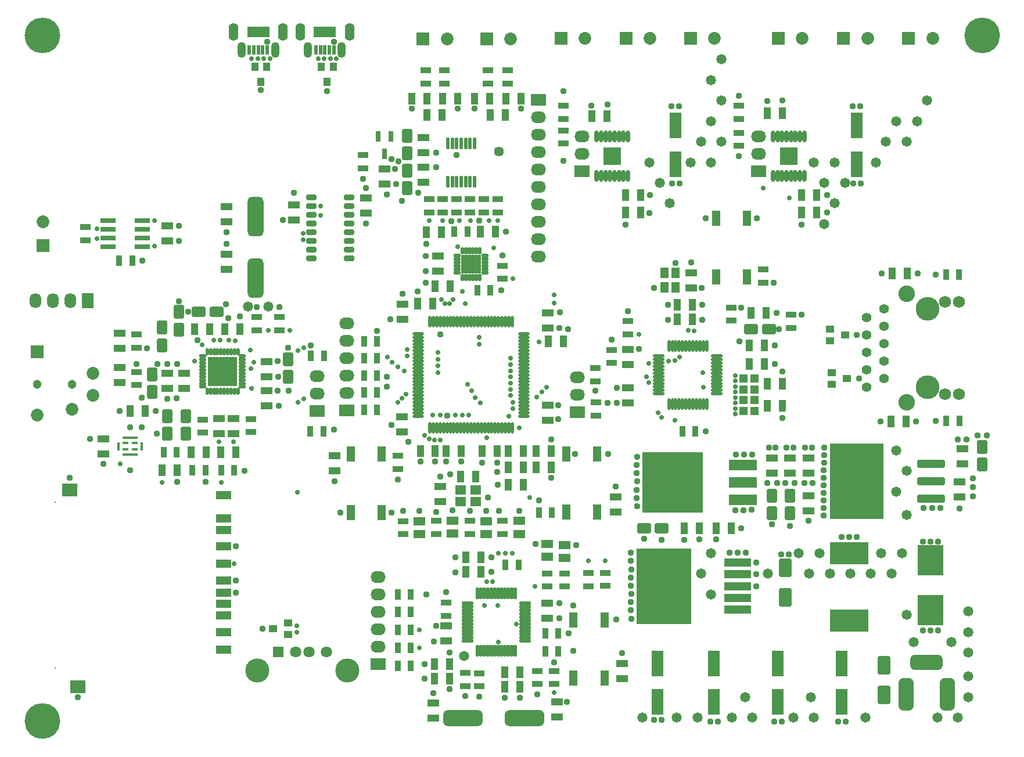
<source format=gts>
G04*
G04 #@! TF.GenerationSoftware,Altium Limited,Altium Designer,22.4.2 (48)*
G04*
G04 Layer_Color=8388736*
%FSLAX25Y25*%
%MOIN*%
G70*
G04*
G04 #@! TF.SameCoordinates,507B7574-AD96-49B3-9928-A38505287C88*
G04*
G04*
G04 #@! TF.FilePolarity,Negative*
G04*
G01*
G75*
%ADD33R,0.03740X0.01575*%
%ADD34R,0.09055X0.01378*%
%ADD35R,0.01378X0.05118*%
%ADD68R,0.04737X0.04540*%
G04:AMPARAMS|DCode=69|XSize=39.5mil|YSize=21.39mil|CornerRadius=5.67mil|HoleSize=0mil|Usage=FLASHONLY|Rotation=180.000|XOffset=0mil|YOffset=0mil|HoleType=Round|Shape=RoundedRectangle|*
%AMROUNDEDRECTD69*
21,1,0.03950,0.01004,0,0,180.0*
21,1,0.02815,0.02139,0,0,180.0*
1,1,0.01135,-0.01408,0.00502*
1,1,0.01135,0.01408,0.00502*
1,1,0.01135,0.01408,-0.00502*
1,1,0.01135,-0.01408,-0.00502*
%
%ADD69ROUNDEDRECTD69*%
%ADD70R,0.11430X0.11036*%
G04:AMPARAMS|DCode=71|XSize=41.47mil|YSize=21.39mil|CornerRadius=5.67mil|HoleSize=0mil|Usage=FLASHONLY|Rotation=270.000|XOffset=0mil|YOffset=0mil|HoleType=Round|Shape=RoundedRectangle|*
%AMROUNDEDRECTD71*
21,1,0.04147,0.01004,0,0,270.0*
21,1,0.03012,0.02139,0,0,270.0*
1,1,0.01135,-0.00502,-0.01506*
1,1,0.01135,-0.00502,0.01506*
1,1,0.01135,0.00502,0.01506*
1,1,0.01135,0.00502,-0.01506*
%
%ADD71ROUNDEDRECTD71*%
%ADD72O,0.01902X0.04343*%
%ADD73O,0.04343X0.01902*%
%ADD74R,0.16942X0.16942*%
%ADD75O,0.02572X0.06706*%
%ADD76R,0.09894X0.10485*%
%ADD77R,0.31824X0.43477*%
%ADD78R,0.15721X0.04698*%
G04:AMPARAMS|DCode=79|XSize=157.21mil|YSize=46.98mil|CornerRadius=8.87mil|HoleSize=0mil|Usage=FLASHONLY|Rotation=180.000|XOffset=0mil|YOffset=0mil|HoleType=Round|Shape=RoundedRectangle|*
%AMROUNDEDRECTD79*
21,1,0.15721,0.02923,0,0,180.0*
21,1,0.13947,0.04698,0,0,180.0*
1,1,0.01774,-0.06973,0.01462*
1,1,0.01774,0.06973,0.01462*
1,1,0.01774,0.06973,-0.01462*
1,1,0.01774,-0.06973,-0.01462*
%
%ADD79ROUNDEDRECTD79*%
%ADD80R,0.30800X0.43477*%
G04:AMPARAMS|DCode=81|XSize=59.58mil|YSize=32.41mil|CornerRadius=7.05mil|HoleSize=0mil|Usage=FLASHONLY|Rotation=0.000|XOffset=0mil|YOffset=0mil|HoleType=Round|Shape=RoundedRectangle|*
%AMROUNDEDRECTD81*
21,1,0.05958,0.01831,0,0,0.0*
21,1,0.04547,0.03241,0,0,0.0*
1,1,0.01410,0.02274,-0.00915*
1,1,0.01410,-0.02274,-0.00915*
1,1,0.01410,-0.02274,0.00915*
1,1,0.01410,0.02274,0.00915*
%
%ADD81ROUNDEDRECTD81*%
%ADD82R,0.06706X0.04737*%
%ADD83O,0.01981X0.06509*%
%ADD84O,0.06509X0.01981*%
%ADD85R,0.12611X0.06115*%
%ADD86R,0.02375X0.05721*%
%ADD87R,0.06312X0.05524*%
%ADD88R,0.05131X0.05918*%
G04:AMPARAMS|DCode=89|XSize=106.42mil|YSize=74.93mil|CornerRadius=12.37mil|HoleSize=0mil|Usage=FLASHONLY|Rotation=270.000|XOffset=0mil|YOffset=0mil|HoleType=Round|Shape=RoundedRectangle|*
%AMROUNDEDRECTD89*
21,1,0.10642,0.05020,0,0,270.0*
21,1,0.08169,0.07493,0,0,270.0*
1,1,0.02473,-0.02510,-0.04085*
1,1,0.02473,-0.02510,0.04085*
1,1,0.02473,0.02510,0.04085*
1,1,0.02473,0.02510,-0.04085*
%
%ADD89ROUNDEDRECTD89*%
%ADD90O,0.06706X0.01981*%
%ADD91O,0.01981X0.06706*%
%ADD92R,0.08674X0.07493*%
%ADD93R,0.08674X0.04737*%
G04:AMPARAMS|DCode=94|XSize=19.02mil|YSize=69.42mil|CornerRadius=6.76mil|HoleSize=0mil|Usage=FLASHONLY|Rotation=0.000|XOffset=0mil|YOffset=0mil|HoleType=Round|Shape=RoundedRectangle|*
%AMROUNDEDRECTD94*
21,1,0.01902,0.05591,0,0,0.0*
21,1,0.00551,0.06942,0,0,0.0*
1,1,0.01351,0.00276,-0.02795*
1,1,0.01351,-0.00276,-0.02795*
1,1,0.01351,-0.00276,0.02795*
1,1,0.01351,0.00276,0.02795*
%
%ADD94ROUNDEDRECTD94*%
G04:AMPARAMS|DCode=95|XSize=19.02mil|YSize=69.42mil|CornerRadius=6.76mil|HoleSize=0mil|Usage=FLASHONLY|Rotation=270.000|XOffset=0mil|YOffset=0mil|HoleType=Round|Shape=RoundedRectangle|*
%AMROUNDEDRECTD95*
21,1,0.01902,0.05591,0,0,270.0*
21,1,0.00551,0.06942,0,0,270.0*
1,1,0.01351,-0.02795,-0.00276*
1,1,0.01351,-0.02795,0.00276*
1,1,0.01351,0.02795,0.00276*
1,1,0.01351,0.02795,-0.00276*
%
%ADD95ROUNDEDRECTD95*%
%ADD96R,0.07099X0.14580*%
%ADD97R,0.04737X0.08674*%
%ADD98R,0.16351X0.05918*%
%ADD99R,0.34658X0.35052*%
%ADD100O,0.02178X0.07099*%
%ADD101R,0.08556X0.03162*%
%ADD102R,0.04737X0.03950*%
%ADD103R,0.03950X0.04737*%
%ADD104R,0.14580X0.17335*%
%ADD105R,0.03162X0.05918*%
%ADD106R,0.22060X0.12611*%
G04:AMPARAMS|DCode=107|XSize=79.26mil|YSize=59.97mil|CornerRadius=10.5mil|HoleSize=0mil|Usage=FLASHONLY|Rotation=0.000|XOffset=0mil|YOffset=0mil|HoleType=Round|Shape=RoundedRectangle|*
%AMROUNDEDRECTD107*
21,1,0.07926,0.03898,0,0,0.0*
21,1,0.05827,0.05997,0,0,0.0*
1,1,0.02099,0.02913,-0.01949*
1,1,0.02099,-0.02913,-0.01949*
1,1,0.02099,-0.02913,0.01949*
1,1,0.02099,0.02913,0.01949*
%
%ADD107ROUNDEDRECTD107*%
G04:AMPARAMS|DCode=108|XSize=79.26mil|YSize=59.97mil|CornerRadius=10.5mil|HoleSize=0mil|Usage=FLASHONLY|Rotation=90.000|XOffset=0mil|YOffset=0mil|HoleType=Round|Shape=RoundedRectangle|*
%AMROUNDEDRECTD108*
21,1,0.07926,0.03898,0,0,90.0*
21,1,0.05827,0.05997,0,0,90.0*
1,1,0.02099,0.01949,0.02913*
1,1,0.02099,0.01949,-0.02913*
1,1,0.02099,-0.01949,-0.02913*
1,1,0.02099,-0.01949,0.02913*
%
%ADD108ROUNDEDRECTD108*%
G04:AMPARAMS|DCode=109|XSize=228.47mil|YSize=90.68mil|CornerRadius=24.67mil|HoleSize=0mil|Usage=FLASHONLY|Rotation=180.000|XOffset=0mil|YOffset=0mil|HoleType=Round|Shape=RoundedRectangle|*
%AMROUNDEDRECTD109*
21,1,0.22847,0.04134,0,0,180.0*
21,1,0.17913,0.09068,0,0,180.0*
1,1,0.04934,-0.08957,0.02067*
1,1,0.04934,0.08957,0.02067*
1,1,0.04934,0.08957,-0.02067*
1,1,0.04934,-0.08957,-0.02067*
%
%ADD109ROUNDEDRECTD109*%
G04:AMPARAMS|DCode=110|XSize=228.47mil|YSize=90.68mil|CornerRadius=24.67mil|HoleSize=0mil|Usage=FLASHONLY|Rotation=270.000|XOffset=0mil|YOffset=0mil|HoleType=Round|Shape=RoundedRectangle|*
%AMROUNDEDRECTD110*
21,1,0.22847,0.04134,0,0,270.0*
21,1,0.17913,0.09068,0,0,270.0*
1,1,0.04934,-0.02067,-0.08957*
1,1,0.04934,-0.02067,0.08957*
1,1,0.04934,0.02067,0.08957*
1,1,0.04934,0.02067,-0.08957*
%
%ADD110ROUNDEDRECTD110*%
%ADD111R,0.05918X0.03556*%
%ADD112R,0.03556X0.05918*%
%ADD113R,0.04343X0.06706*%
%ADD114R,0.06706X0.04343*%
%ADD115O,0.08674X0.06706*%
%ADD116R,0.08674X0.07099*%
%ADD117C,0.07296*%
%ADD118R,0.07296X0.07296*%
%ADD119R,0.07296X0.07296*%
%ADD120O,0.05524X0.10249*%
%ADD121O,0.04934X0.09068*%
%ADD122O,0.06706X0.08674*%
%ADD123R,0.07099X0.08674*%
%ADD124C,0.13792*%
%ADD125R,0.06422X0.06422*%
%ADD126C,0.06422*%
%ADD127C,0.05131*%
%ADD128C,0.06800*%
%ADD129C,0.13600*%
%ADD130C,0.09500*%
%ADD131C,0.05500*%
%ADD132C,0.00800*%
G04:AMPARAMS|DCode=133|XSize=185.17mil|YSize=86.74mil|CornerRadius=23.68mil|HoleSize=0mil|Usage=FLASHONLY|Rotation=90.000|XOffset=0mil|YOffset=0mil|HoleType=Round|Shape=RoundedRectangle|*
%AMROUNDEDRECTD133*
21,1,0.18517,0.03937,0,0,90.0*
21,1,0.13780,0.08674,0,0,90.0*
1,1,0.04737,0.01968,0.06890*
1,1,0.04737,0.01968,-0.06890*
1,1,0.04737,-0.01968,-0.06890*
1,1,0.04737,-0.01968,0.06890*
%
%ADD133ROUNDEDRECTD133*%
G04:AMPARAMS|DCode=134|XSize=185.17mil|YSize=86.74mil|CornerRadius=23.68mil|HoleSize=0mil|Usage=FLASHONLY|Rotation=180.000|XOffset=0mil|YOffset=0mil|HoleType=Round|Shape=RoundedRectangle|*
%AMROUNDEDRECTD134*
21,1,0.18517,0.03937,0,0,180.0*
21,1,0.13780,0.08674,0,0,180.0*
1,1,0.04737,-0.06890,0.01968*
1,1,0.04737,0.06890,0.01968*
1,1,0.04737,0.06890,-0.01968*
1,1,0.04737,-0.06890,-0.01968*
%
%ADD134ROUNDEDRECTD134*%
%ADD135C,0.20485*%
%ADD136C,0.02769*%
%ADD137C,0.03162*%
%ADD138C,0.03753*%
%ADD139C,0.05721*%
%ADD140C,0.05800*%
D33*
X200689Y275787D02*
D03*
X195374D02*
D03*
Y272244D02*
D03*
X200689D02*
D03*
D34*
X198031Y269193D02*
D03*
Y278839D02*
D03*
D35*
X204823Y274016D02*
D03*
X191240D02*
D03*
D68*
X556299Y306693D02*
D03*
X550000D02*
D03*
X556299Y312992D02*
D03*
X550000D02*
D03*
X556299Y300394D02*
D03*
X550000D02*
D03*
Y294094D02*
D03*
X556299D02*
D03*
D69*
X401575Y373622D02*
D03*
Y375590D02*
D03*
Y377559D02*
D03*
Y379528D02*
D03*
Y381496D02*
D03*
Y383465D02*
D03*
X385827D02*
D03*
Y381496D02*
D03*
Y379528D02*
D03*
Y377559D02*
D03*
Y375590D02*
D03*
Y373622D02*
D03*
D70*
X393701Y378543D02*
D03*
D71*
X398622Y386319D02*
D03*
X396654D02*
D03*
X394685D02*
D03*
X392717D02*
D03*
X390748D02*
D03*
X388779D02*
D03*
Y370768D02*
D03*
X390748D02*
D03*
X392717D02*
D03*
X394685D02*
D03*
X396654D02*
D03*
X398622D02*
D03*
D72*
X260039Y328248D02*
D03*
X258071D02*
D03*
X256102D02*
D03*
X254134D02*
D03*
X252165D02*
D03*
X250197D02*
D03*
X248228D02*
D03*
X246260D02*
D03*
X244291D02*
D03*
X242323D02*
D03*
Y305610D02*
D03*
X244291D02*
D03*
X246260D02*
D03*
X248228D02*
D03*
X250197D02*
D03*
X252165D02*
D03*
X254134D02*
D03*
X256102D02*
D03*
X258071D02*
D03*
X260039D02*
D03*
D73*
X239862Y325787D02*
D03*
Y323819D02*
D03*
Y321850D02*
D03*
Y319882D02*
D03*
Y317913D02*
D03*
Y315945D02*
D03*
Y312008D02*
D03*
Y310039D02*
D03*
Y308071D02*
D03*
X262500D02*
D03*
Y310039D02*
D03*
Y312008D02*
D03*
Y313976D02*
D03*
Y315945D02*
D03*
Y317913D02*
D03*
Y319882D02*
D03*
Y321850D02*
D03*
Y323819D02*
D03*
Y325787D02*
D03*
X239862Y313976D02*
D03*
D74*
X251181Y316929D02*
D03*
D75*
X567028Y429134D02*
D03*
X569587D02*
D03*
X572146D02*
D03*
X574705D02*
D03*
X577264D02*
D03*
X579823D02*
D03*
X582382D02*
D03*
X584941D02*
D03*
X567028Y451968D02*
D03*
X569587D02*
D03*
X572146D02*
D03*
X574705D02*
D03*
X577264D02*
D03*
X579823D02*
D03*
X582382D02*
D03*
X584941D02*
D03*
X483760D02*
D03*
X481201D02*
D03*
X478642D02*
D03*
X476083D02*
D03*
X473524D02*
D03*
X470965D02*
D03*
X468405D02*
D03*
X465846D02*
D03*
X483760Y429134D02*
D03*
X481201D02*
D03*
X478642D02*
D03*
X476083D02*
D03*
X473524D02*
D03*
X470965D02*
D03*
X468405D02*
D03*
X465846D02*
D03*
D76*
X575984Y440551D02*
D03*
X474803D02*
D03*
D77*
X504528Y193701D02*
D03*
D78*
X546850Y207087D02*
D03*
Y200394D02*
D03*
Y193701D02*
D03*
Y187008D02*
D03*
Y180315D02*
D03*
D79*
X657874Y243937D02*
D03*
Y253937D02*
D03*
Y263937D02*
D03*
D80*
X615039Y253937D02*
D03*
D81*
X302165Y411713D02*
D03*
X323819Y401713D02*
D03*
X302165Y416713D02*
D03*
Y406713D02*
D03*
Y401713D02*
D03*
X323819Y406713D02*
D03*
Y396713D02*
D03*
Y391713D02*
D03*
X302165D02*
D03*
X323819Y381713D02*
D03*
X302165Y396713D02*
D03*
Y386713D02*
D03*
X323819D02*
D03*
X302165Y381713D02*
D03*
X323819Y411713D02*
D03*
Y416713D02*
D03*
D82*
X421260Y231102D02*
D03*
Y223622D02*
D03*
X447244Y217323D02*
D03*
Y209842D02*
D03*
X383071Y231299D02*
D03*
Y223819D02*
D03*
X364173Y223425D02*
D03*
Y230906D02*
D03*
X437402Y210433D02*
D03*
Y217913D02*
D03*
X402362Y231004D02*
D03*
Y223524D02*
D03*
D83*
X370110Y284579D02*
D03*
Y345406D02*
D03*
X372079D02*
D03*
X374047D02*
D03*
X376016D02*
D03*
X377984D02*
D03*
X379953D02*
D03*
X381921D02*
D03*
X383890D02*
D03*
X385858D02*
D03*
X387827D02*
D03*
X389795D02*
D03*
X391764D02*
D03*
X393732D02*
D03*
X395701D02*
D03*
X397669D02*
D03*
X399638D02*
D03*
X401606D02*
D03*
X403575D02*
D03*
X405543D02*
D03*
X407512D02*
D03*
X409480D02*
D03*
X411449D02*
D03*
X413417D02*
D03*
X415386D02*
D03*
X417354D02*
D03*
Y284579D02*
D03*
X415386D02*
D03*
X413417D02*
D03*
X411449D02*
D03*
X409480D02*
D03*
X407512D02*
D03*
X405543D02*
D03*
X403575D02*
D03*
X401606D02*
D03*
X399638D02*
D03*
X397669D02*
D03*
X395701D02*
D03*
X393732D02*
D03*
X391764D02*
D03*
X389795D02*
D03*
X387827D02*
D03*
X385858D02*
D03*
X383890D02*
D03*
X381921D02*
D03*
X379953D02*
D03*
X377984D02*
D03*
X376016D02*
D03*
X374047D02*
D03*
X372079D02*
D03*
D84*
X363319Y291370D02*
D03*
Y293339D02*
D03*
Y295307D02*
D03*
Y297276D02*
D03*
Y299244D02*
D03*
Y301213D02*
D03*
Y303181D02*
D03*
Y305150D02*
D03*
Y307118D02*
D03*
Y309087D02*
D03*
Y311055D02*
D03*
Y313024D02*
D03*
Y314992D02*
D03*
Y316961D02*
D03*
Y318929D02*
D03*
Y320898D02*
D03*
Y322866D02*
D03*
Y324835D02*
D03*
Y326803D02*
D03*
Y328772D02*
D03*
Y330740D02*
D03*
Y332709D02*
D03*
Y334677D02*
D03*
Y336646D02*
D03*
Y338614D02*
D03*
X424146D02*
D03*
Y336646D02*
D03*
Y334677D02*
D03*
Y332709D02*
D03*
Y330740D02*
D03*
Y328772D02*
D03*
Y326803D02*
D03*
Y324835D02*
D03*
Y322866D02*
D03*
Y320898D02*
D03*
Y318929D02*
D03*
Y316961D02*
D03*
Y314992D02*
D03*
Y313024D02*
D03*
Y311055D02*
D03*
Y309087D02*
D03*
Y307118D02*
D03*
Y305150D02*
D03*
Y303181D02*
D03*
Y301213D02*
D03*
Y299244D02*
D03*
Y297276D02*
D03*
Y295307D02*
D03*
Y293339D02*
D03*
Y291370D02*
D03*
D85*
X271654Y512032D02*
D03*
X309842D02*
D03*
D86*
X266535Y501575D02*
D03*
X269094D02*
D03*
X276772D02*
D03*
X274213D02*
D03*
X271654D02*
D03*
X304724D02*
D03*
X307283D02*
D03*
X314961D02*
D03*
X312402D02*
D03*
X309842D02*
D03*
D87*
X387795Y249016D02*
D03*
X396457D02*
D03*
Y242323D02*
D03*
X387795D02*
D03*
D88*
X504626Y373425D02*
D03*
Y365158D02*
D03*
X511122D02*
D03*
Y373425D02*
D03*
D89*
X630709Y148189D02*
D03*
Y131339D02*
D03*
X574016Y204095D02*
D03*
Y187244D02*
D03*
D90*
X501378Y304134D02*
D03*
Y306102D02*
D03*
Y308071D02*
D03*
Y310039D02*
D03*
Y312008D02*
D03*
Y313976D02*
D03*
Y315945D02*
D03*
Y317913D02*
D03*
Y319882D02*
D03*
Y321850D02*
D03*
Y323819D02*
D03*
Y325787D02*
D03*
X534842D02*
D03*
Y323819D02*
D03*
Y321850D02*
D03*
Y319882D02*
D03*
Y317913D02*
D03*
Y315945D02*
D03*
Y313976D02*
D03*
Y312008D02*
D03*
Y310039D02*
D03*
Y308071D02*
D03*
Y306102D02*
D03*
Y304134D02*
D03*
D91*
X507283Y331693D02*
D03*
X509252D02*
D03*
X511221D02*
D03*
X513189D02*
D03*
X515158D02*
D03*
X517126D02*
D03*
X519095D02*
D03*
X521063D02*
D03*
X523032D02*
D03*
X525000D02*
D03*
X526968D02*
D03*
X528937D02*
D03*
Y298228D02*
D03*
X526968D02*
D03*
X525000D02*
D03*
X523032D02*
D03*
X521063D02*
D03*
X519095D02*
D03*
X517126D02*
D03*
X515158D02*
D03*
X513189D02*
D03*
X511221D02*
D03*
X509252D02*
D03*
X507283D02*
D03*
D92*
X163386Y248819D02*
D03*
X168110Y136024D02*
D03*
D93*
X251772Y225984D02*
D03*
Y232677D02*
D03*
Y245866D02*
D03*
Y216417D02*
D03*
Y206575D02*
D03*
Y190000D02*
D03*
Y196732D02*
D03*
Y183504D02*
D03*
Y177008D02*
D03*
Y167165D02*
D03*
Y157323D02*
D03*
D94*
X397433Y156492D02*
D03*
X399402D02*
D03*
X401370D02*
D03*
X403339D02*
D03*
X405307D02*
D03*
X407276D02*
D03*
X409244D02*
D03*
X411213D02*
D03*
X413181D02*
D03*
X415150D02*
D03*
X417118D02*
D03*
X419087D02*
D03*
Y189406D02*
D03*
X417118D02*
D03*
X415150D02*
D03*
X413181D02*
D03*
X411213D02*
D03*
X409244D02*
D03*
X407276D02*
D03*
X405307D02*
D03*
X403339D02*
D03*
X401370D02*
D03*
X399402D02*
D03*
X397433D02*
D03*
D95*
X424717Y162122D02*
D03*
Y164091D02*
D03*
Y166059D02*
D03*
Y168028D02*
D03*
Y169996D02*
D03*
Y171965D02*
D03*
Y173933D02*
D03*
Y175902D02*
D03*
Y177870D02*
D03*
Y179839D02*
D03*
Y181807D02*
D03*
Y183776D02*
D03*
X391803D02*
D03*
Y181807D02*
D03*
Y179839D02*
D03*
Y177870D02*
D03*
Y175902D02*
D03*
Y173933D02*
D03*
Y171965D02*
D03*
Y169996D02*
D03*
Y168028D02*
D03*
Y166059D02*
D03*
Y164091D02*
D03*
Y162122D02*
D03*
D96*
X511024Y458071D02*
D03*
Y436024D02*
D03*
X614961Y458071D02*
D03*
Y436024D02*
D03*
X606299Y127165D02*
D03*
Y149213D02*
D03*
X569685Y127165D02*
D03*
Y149213D02*
D03*
X533071Y127165D02*
D03*
Y149213D02*
D03*
X500787Y127165D02*
D03*
Y149213D02*
D03*
D97*
X534252Y371260D02*
D03*
X551968Y404724D02*
D03*
X534252D02*
D03*
X551968Y371260D02*
D03*
X452559Y140748D02*
D03*
X470276Y174213D02*
D03*
X452559D02*
D03*
X470276Y140748D02*
D03*
X448291Y236059D02*
D03*
X466008Y269524D02*
D03*
X448291D02*
D03*
X466008Y236059D02*
D03*
X342323Y269488D02*
D03*
X324606Y236024D02*
D03*
X342323D02*
D03*
X324606Y269488D02*
D03*
D98*
X549803Y243150D02*
D03*
Y253150D02*
D03*
Y263150D02*
D03*
D99*
X509252Y253150D02*
D03*
D100*
X395776Y448032D02*
D03*
X393216D02*
D03*
X390657D02*
D03*
X388098D02*
D03*
X385539D02*
D03*
X382980D02*
D03*
X380421D02*
D03*
X395776Y425984D02*
D03*
X393216D02*
D03*
X390657D02*
D03*
X388098D02*
D03*
X385539D02*
D03*
X382980D02*
D03*
X380421D02*
D03*
D101*
X205000Y388563D02*
D03*
Y393563D02*
D03*
Y398563D02*
D03*
Y403563D02*
D03*
X185551D02*
D03*
Y398563D02*
D03*
Y393563D02*
D03*
Y388563D02*
D03*
D102*
X608268Y337795D02*
D03*
X599606Y334449D02*
D03*
Y341142D02*
D03*
X609449Y312992D02*
D03*
X600787Y309646D02*
D03*
Y316339D02*
D03*
X279921Y169095D02*
D03*
X288583Y172441D02*
D03*
Y165748D02*
D03*
D103*
X273031Y483071D02*
D03*
X269685Y491732D02*
D03*
X276378D02*
D03*
X311221Y483071D02*
D03*
X307874Y491732D02*
D03*
X314567D02*
D03*
D104*
X657480Y208465D02*
D03*
Y179724D02*
D03*
D105*
X347835Y451968D02*
D03*
X344094Y441732D02*
D03*
X340354Y451968D02*
D03*
D106*
X610630Y174016D02*
D03*
Y212598D02*
D03*
D107*
X554331Y341339D02*
D03*
X564567D02*
D03*
X247638Y351181D02*
D03*
X237402D02*
D03*
X492913Y226772D02*
D03*
X503150D02*
D03*
D108*
X357087Y422047D02*
D03*
Y432283D02*
D03*
Y452362D02*
D03*
Y442126D02*
D03*
X288583Y313779D02*
D03*
Y324016D02*
D03*
X210630Y315354D02*
D03*
Y305118D02*
D03*
X216535Y331890D02*
D03*
Y342126D02*
D03*
X225984Y340945D02*
D03*
Y351181D02*
D03*
X219291Y291339D02*
D03*
Y281102D02*
D03*
X229921Y291339D02*
D03*
Y281102D02*
D03*
X687008Y263386D02*
D03*
Y273622D02*
D03*
X576772Y245669D02*
D03*
Y235433D02*
D03*
X566535Y245669D02*
D03*
Y235433D02*
D03*
D109*
X424409Y117717D02*
D03*
X388976D02*
D03*
D110*
X270079Y405905D02*
D03*
Y370472D02*
D03*
D111*
X561417Y368012D02*
D03*
Y375492D02*
D03*
X474409Y329232D02*
D03*
Y321752D02*
D03*
X483858Y345768D02*
D03*
Y338287D02*
D03*
X542913Y346063D02*
D03*
Y353543D02*
D03*
X577559Y342028D02*
D03*
Y349508D02*
D03*
X377468Y415846D02*
D03*
Y408366D02*
D03*
X369595Y415846D02*
D03*
Y408366D02*
D03*
X385343Y415846D02*
D03*
Y408366D02*
D03*
X393216Y415846D02*
D03*
Y408366D02*
D03*
X401090Y415846D02*
D03*
Y408366D02*
D03*
X408965Y415846D02*
D03*
Y408366D02*
D03*
X331890Y441043D02*
D03*
Y433563D02*
D03*
X201575Y316634D02*
D03*
Y309154D02*
D03*
X201575Y330610D02*
D03*
Y338091D02*
D03*
X270866Y348130D02*
D03*
Y340650D02*
D03*
X283858Y348130D02*
D03*
Y340650D02*
D03*
X267323Y282185D02*
D03*
Y289665D02*
D03*
X239764Y281791D02*
D03*
Y289272D02*
D03*
X547244Y469390D02*
D03*
Y461909D02*
D03*
Y454035D02*
D03*
Y446555D02*
D03*
X437402Y200984D02*
D03*
Y193504D02*
D03*
X447244Y200886D02*
D03*
Y193405D02*
D03*
X470866Y201279D02*
D03*
Y193799D02*
D03*
X431890Y144980D02*
D03*
Y137500D02*
D03*
X461024Y201181D02*
D03*
Y193701D02*
D03*
X441339Y144980D02*
D03*
Y137500D02*
D03*
X390551Y143799D02*
D03*
Y136319D02*
D03*
X398425Y143701D02*
D03*
Y136221D02*
D03*
X379528Y176673D02*
D03*
Y184153D02*
D03*
X351575Y260925D02*
D03*
Y268406D02*
D03*
X354724Y223524D02*
D03*
Y231004D02*
D03*
X373622Y223622D02*
D03*
Y231102D02*
D03*
X392913Y223622D02*
D03*
Y231102D02*
D03*
X411811Y223622D02*
D03*
Y231102D02*
D03*
X464961Y311319D02*
D03*
Y318799D02*
D03*
X465354Y291634D02*
D03*
Y299114D02*
D03*
X411811Y377658D02*
D03*
Y370177D02*
D03*
X172441Y392323D02*
D03*
Y399803D02*
D03*
X378346Y489764D02*
D03*
Y482283D02*
D03*
X367717Y489764D02*
D03*
Y482283D02*
D03*
X414567Y489764D02*
D03*
Y482283D02*
D03*
X403543Y489764D02*
D03*
Y482283D02*
D03*
X446850Y469390D02*
D03*
Y461909D02*
D03*
Y455217D02*
D03*
Y447736D02*
D03*
D112*
X522539Y282677D02*
D03*
X515059D02*
D03*
X666437Y288583D02*
D03*
X673917D02*
D03*
X673721Y372441D02*
D03*
X666240D02*
D03*
X250394Y260236D02*
D03*
X257874D02*
D03*
X241339D02*
D03*
X233858D02*
D03*
X217323Y270472D02*
D03*
X224803D02*
D03*
X443799Y156299D02*
D03*
X436319D02*
D03*
X339779Y334339D02*
D03*
X332299D02*
D03*
X339779Y324496D02*
D03*
X332299D02*
D03*
X339779Y314653D02*
D03*
X332299D02*
D03*
X339779Y304811D02*
D03*
X332299D02*
D03*
X339779Y294969D02*
D03*
X332299D02*
D03*
X443799Y166535D02*
D03*
X436319D02*
D03*
X359055Y188976D02*
D03*
X351575D02*
D03*
X359055Y178740D02*
D03*
X351575D02*
D03*
X359055Y168504D02*
D03*
X351575D02*
D03*
X420965Y205906D02*
D03*
X413484D02*
D03*
X359055Y158268D02*
D03*
X351575D02*
D03*
X359055Y148031D02*
D03*
X351575D02*
D03*
X432579Y235827D02*
D03*
X440059D02*
D03*
X301870Y325984D02*
D03*
X309350D02*
D03*
X301476Y282480D02*
D03*
X308957D02*
D03*
X404823Y363386D02*
D03*
X397342D02*
D03*
X199311Y380709D02*
D03*
X191831D02*
D03*
X384154Y397244D02*
D03*
X391634D02*
D03*
D113*
X512205Y355118D02*
D03*
X520866D02*
D03*
X562205Y331890D02*
D03*
X553543D02*
D03*
X512205Y346850D02*
D03*
X520866D02*
D03*
X572441Y309842D02*
D03*
X563779D02*
D03*
X572441Y297244D02*
D03*
X563779D02*
D03*
X562992Y350394D02*
D03*
X554331D02*
D03*
X562205Y321260D02*
D03*
X553543D02*
D03*
X634646Y288189D02*
D03*
X643307D02*
D03*
X635433Y373228D02*
D03*
X644095D02*
D03*
X377559Y473622D02*
D03*
X386221D02*
D03*
X368504Y464173D02*
D03*
X377165D02*
D03*
X359842Y473622D02*
D03*
X368504D02*
D03*
X413779Y473622D02*
D03*
X422441D02*
D03*
X404724Y464173D02*
D03*
X413386D02*
D03*
X395669Y473622D02*
D03*
X404331D02*
D03*
X235039Y341339D02*
D03*
X243701D02*
D03*
X261024D02*
D03*
X252362D02*
D03*
X258661Y270472D02*
D03*
X250000D02*
D03*
X225197Y260236D02*
D03*
X216535D02*
D03*
X241732Y270472D02*
D03*
X233071D02*
D03*
X198031Y294094D02*
D03*
X206693D02*
D03*
X490945Y418110D02*
D03*
X482283D02*
D03*
X490945Y408268D02*
D03*
X482283D02*
D03*
X471654Y463386D02*
D03*
X462992D02*
D03*
X592126Y408268D02*
D03*
X583465D02*
D03*
X592126Y418110D02*
D03*
X583465D02*
D03*
X572441Y465354D02*
D03*
X563779D02*
D03*
X542913Y226772D02*
D03*
X534252D02*
D03*
X516142D02*
D03*
X524803D02*
D03*
X399520Y210154D02*
D03*
X390858D02*
D03*
X372835Y148819D02*
D03*
X381496D02*
D03*
X412992Y135827D02*
D03*
X421654D02*
D03*
X399520Y201886D02*
D03*
X390858D02*
D03*
X412992Y144095D02*
D03*
X421654D02*
D03*
X372835Y140551D02*
D03*
X381496D02*
D03*
X400000Y271260D02*
D03*
X408661D02*
D03*
X373228D02*
D03*
X364567D02*
D03*
X379528D02*
D03*
X388189D02*
D03*
X414961D02*
D03*
X423622D02*
D03*
X439764D02*
D03*
X431102D02*
D03*
X414961Y261811D02*
D03*
X423622D02*
D03*
X439764D02*
D03*
X431102D02*
D03*
X387795Y256693D02*
D03*
X396457D02*
D03*
X446850Y334252D02*
D03*
X438189D02*
D03*
X362992Y355906D02*
D03*
X371654D02*
D03*
X407874Y397244D02*
D03*
X399213D02*
D03*
X373228Y365748D02*
D03*
X381890D02*
D03*
X368110Y396850D02*
D03*
X376772D02*
D03*
X423622Y251969D02*
D03*
X414961D02*
D03*
D114*
X483858Y307480D02*
D03*
Y298819D02*
D03*
X520079Y364961D02*
D03*
Y373622D02*
D03*
X483858Y329528D02*
D03*
Y320866D02*
D03*
X366535Y434252D02*
D03*
Y425591D02*
D03*
Y442520D02*
D03*
Y451181D02*
D03*
X344094Y433071D02*
D03*
Y424409D02*
D03*
X192126Y319291D02*
D03*
Y310630D02*
D03*
X276378Y322441D02*
D03*
Y313779D02*
D03*
X229134Y307087D02*
D03*
Y315748D02*
D03*
X219291Y307087D02*
D03*
Y315748D02*
D03*
X276378Y297244D02*
D03*
Y305906D02*
D03*
X192126Y330315D02*
D03*
Y338976D02*
D03*
X257480Y281102D02*
D03*
Y289764D02*
D03*
X249213Y281102D02*
D03*
Y289764D02*
D03*
X182677Y269685D02*
D03*
Y278346D02*
D03*
X674016Y244882D02*
D03*
Y253543D02*
D03*
X675591Y272441D02*
D03*
Y263779D02*
D03*
X587402Y237008D02*
D03*
Y245669D02*
D03*
Y267323D02*
D03*
Y258661D02*
D03*
X576772Y267323D02*
D03*
Y258661D02*
D03*
X566535Y267323D02*
D03*
Y258661D02*
D03*
X437402Y175197D02*
D03*
Y183858D02*
D03*
X379528Y170866D02*
D03*
Y162205D02*
D03*
X372047Y126378D02*
D03*
Y117717D02*
D03*
X480315Y140551D02*
D03*
Y149213D02*
D03*
X442913Y127165D02*
D03*
Y118504D02*
D03*
X437795Y350394D02*
D03*
Y341732D02*
D03*
Y288976D02*
D03*
Y297638D02*
D03*
X354331Y355512D02*
D03*
Y346850D02*
D03*
X353937Y290945D02*
D03*
Y282283D02*
D03*
X375984Y250787D02*
D03*
Y242126D02*
D03*
X476772Y236221D02*
D03*
Y244882D02*
D03*
X315354Y268504D02*
D03*
Y259842D02*
D03*
X333465Y407874D02*
D03*
Y416535D02*
D03*
X292126Y412598D02*
D03*
Y403937D02*
D03*
X253543Y402756D02*
D03*
Y411417D02*
D03*
Y384252D02*
D03*
Y375591D02*
D03*
X374803Y374410D02*
D03*
Y383071D02*
D03*
X219291Y391732D02*
D03*
Y400394D02*
D03*
D115*
X432283Y462835D02*
D03*
Y452835D02*
D03*
Y442835D02*
D03*
Y432835D02*
D03*
Y422835D02*
D03*
Y412835D02*
D03*
Y402835D02*
D03*
Y392835D02*
D03*
Y382835D02*
D03*
X322358Y334575D02*
D03*
Y344575D02*
D03*
Y314575D02*
D03*
Y304575D02*
D03*
Y324575D02*
D03*
X340551Y188740D02*
D03*
Y198740D02*
D03*
Y168740D02*
D03*
Y158740D02*
D03*
Y178740D02*
D03*
X454724Y313543D02*
D03*
Y303543D02*
D03*
X305512Y314331D02*
D03*
Y304331D02*
D03*
X558661Y451732D02*
D03*
Y441732D02*
D03*
X457480Y451968D02*
D03*
Y441968D02*
D03*
D116*
X432283Y472835D02*
D03*
X322358Y294575D02*
D03*
X340551Y148740D02*
D03*
X454724Y293543D02*
D03*
X305512Y294331D02*
D03*
X558661Y431732D02*
D03*
X457480Y431968D02*
D03*
D117*
X621260Y508268D02*
D03*
X658661D02*
D03*
X583858D02*
D03*
X496457D02*
D03*
X533465D02*
D03*
X459055D02*
D03*
X148031Y402953D02*
D03*
X379921Y507874D02*
D03*
X416535D02*
D03*
X164567Y295276D02*
D03*
X176772Y315748D02*
D03*
X144882Y291732D02*
D03*
X176772Y303150D02*
D03*
D118*
X607480Y508268D02*
D03*
X644882D02*
D03*
X570079D02*
D03*
X482677D02*
D03*
X519685D02*
D03*
X445276D02*
D03*
X366142Y507874D02*
D03*
X402756D02*
D03*
X144882Y328346D02*
D03*
D119*
X148031Y389173D02*
D03*
D120*
X257480Y512008D02*
D03*
X285827D02*
D03*
X295669D02*
D03*
X324016D02*
D03*
D121*
X262008Y501575D02*
D03*
X281299D02*
D03*
X300197D02*
D03*
X319488D02*
D03*
D122*
X153622Y357480D02*
D03*
X163622D02*
D03*
X143622D02*
D03*
D123*
X173622D02*
D03*
D124*
X322716Y145276D02*
D03*
X270984D02*
D03*
D125*
X283071Y155945D02*
D03*
D126*
X292913D02*
D03*
X300787D02*
D03*
X310630D02*
D03*
D127*
X144882Y309449D02*
D03*
X164567D02*
D03*
D128*
X673858Y303898D02*
D03*
X665866D02*
D03*
Y356850D02*
D03*
X673858D02*
D03*
D129*
X655866Y307874D02*
D03*
Y352874D02*
D03*
D130*
X643858Y299370D02*
D03*
Y361378D02*
D03*
D131*
X620866Y307874D02*
D03*
X630866Y312874D02*
D03*
X620866Y317874D02*
D03*
X630866Y322874D02*
D03*
X620866Y327874D02*
D03*
X630866Y332874D02*
D03*
X620866Y337874D02*
D03*
X630866Y342874D02*
D03*
Y352874D02*
D03*
X620866Y347874D02*
D03*
D132*
X155118Y146653D02*
D03*
Y241929D02*
D03*
D133*
X666929Y131496D02*
D03*
X643307D02*
D03*
D134*
X655118Y150000D02*
D03*
D135*
X147638Y116142D02*
D03*
Y509842D02*
D03*
X687008D02*
D03*
D136*
X545276Y298819D02*
D03*
Y295669D02*
D03*
Y311417D02*
D03*
Y308268D02*
D03*
X179134Y398819D02*
D03*
Y393307D02*
D03*
X437008Y307874D02*
D03*
X434252Y305118D02*
D03*
X431496Y302362D02*
D03*
X441339Y356299D02*
D03*
Y361024D02*
D03*
X416535Y324410D02*
D03*
Y320866D02*
D03*
Y317323D02*
D03*
Y303150D02*
D03*
Y306693D02*
D03*
Y310236D02*
D03*
Y313779D02*
D03*
X432677Y333858D02*
D03*
X364173Y168504D02*
D03*
X249213Y276378D02*
D03*
X257480D02*
D03*
X212205Y388976D02*
D03*
X235039Y322835D02*
D03*
X216535Y253150D02*
D03*
X294094Y247638D02*
D03*
X250394Y253150D02*
D03*
X371654Y291732D02*
D03*
X375984D02*
D03*
X417717Y295669D02*
D03*
X394094Y305906D02*
D03*
X399213Y298819D02*
D03*
X391732Y309449D02*
D03*
X396063Y301969D02*
D03*
X384646Y291732D02*
D03*
X388583D02*
D03*
X392520D02*
D03*
X427559Y244488D02*
D03*
X402756Y278740D02*
D03*
X294488Y328740D02*
D03*
X297638Y330686D02*
D03*
X294488Y299213D02*
D03*
X297638Y301181D02*
D03*
X277559Y340551D02*
D03*
X409449Y212598D02*
D03*
X413386D02*
D03*
X374803Y316142D02*
D03*
Y320079D02*
D03*
Y324016D02*
D03*
Y327953D02*
D03*
X417323Y212598D02*
D03*
X461039Y208185D02*
D03*
X409228Y182402D02*
D03*
X470882Y208283D02*
D03*
X405905Y196063D02*
D03*
X402756D02*
D03*
X293701Y170866D02*
D03*
X293701Y167323D02*
D03*
X401354Y182402D02*
D03*
X419598Y171965D02*
D03*
X441339Y132382D02*
D03*
X409244Y161610D02*
D03*
X364173Y158268D02*
D03*
X430398Y193520D02*
D03*
X239370Y332283D02*
D03*
X192520Y263779D02*
D03*
X351575Y319685D02*
D03*
X345669Y325197D02*
D03*
X348425Y322047D02*
D03*
X267717Y307087D02*
D03*
X355512Y317323D02*
D03*
X351575Y299213D02*
D03*
X353937Y301575D02*
D03*
X356299Y303937D02*
D03*
X415354Y291339D02*
D03*
X503150Y290551D02*
D03*
X501181Y293307D02*
D03*
X513386Y325197D02*
D03*
X510630Y323228D02*
D03*
X507087Y322835D02*
D03*
X212205Y403543D02*
D03*
X357087Y325984D02*
D03*
Y329528D02*
D03*
X375984Y277559D02*
D03*
X372835D02*
D03*
X369685Y278346D02*
D03*
X366929Y280315D02*
D03*
X289764Y340551D02*
D03*
X258268Y334646D02*
D03*
X254724Y335039D02*
D03*
X249606D02*
D03*
X246063D02*
D03*
X268898Y322047D02*
D03*
X267323Y318504D02*
D03*
X266929Y329134D02*
D03*
X398425Y332677D02*
D03*
Y336614D02*
D03*
X307470Y406703D02*
D03*
X307480Y411811D02*
D03*
X297244Y392520D02*
D03*
Y396063D02*
D03*
X378740Y355906D02*
D03*
X309449Y496457D02*
D03*
X381496Y355906D02*
D03*
X312992Y496457D02*
D03*
X383465Y358268D02*
D03*
X376772D02*
D03*
X305906Y496457D02*
D03*
X316535D02*
D03*
X267717D02*
D03*
X278346D02*
D03*
X274803D02*
D03*
X271260D02*
D03*
X406693Y387795D02*
D03*
X388583Y362992D02*
D03*
X390551Y355906D02*
D03*
X369685Y403543D02*
D03*
X377559Y403543D02*
D03*
X409055D02*
D03*
X403937D02*
D03*
X387008D02*
D03*
X393307D02*
D03*
X417667Y370128D02*
D03*
X561417Y422047D02*
D03*
X576378Y416535D02*
D03*
X257874Y206693D02*
D03*
X417717Y299213D02*
D03*
X545276Y292520D02*
D03*
Y301969D02*
D03*
Y305118D02*
D03*
Y314567D02*
D03*
X386221Y388583D02*
D03*
X518504Y340551D02*
D03*
X521654Y340158D02*
D03*
X490158Y338189D02*
D03*
X495669Y310630D02*
D03*
X510630Y288976D02*
D03*
X495669Y321654D02*
D03*
X494488Y313779D02*
D03*
X421260Y284646D02*
D03*
X527165Y307874D02*
D03*
X526772Y316142D02*
D03*
D137*
X255512Y321260D02*
D03*
Y316929D02*
D03*
Y312598D02*
D03*
X251181Y321260D02*
D03*
Y316929D02*
D03*
Y312598D02*
D03*
X246850Y321260D02*
D03*
Y316929D02*
D03*
Y312598D02*
D03*
X573819Y438386D02*
D03*
Y442717D02*
D03*
X578150Y438386D02*
D03*
Y442717D02*
D03*
X476968D02*
D03*
Y438386D02*
D03*
X472638Y442717D02*
D03*
Y438386D02*
D03*
X393701Y378543D02*
D03*
X391142Y381102D02*
D03*
X396260D02*
D03*
Y375984D02*
D03*
X391142D02*
D03*
D138*
X224803Y301575D02*
D03*
X219291Y301181D02*
D03*
X283071Y313779D02*
D03*
X204724Y285039D02*
D03*
X566535Y229134D02*
D03*
X204724Y301969D02*
D03*
X446850Y477953D02*
D03*
Y437795D02*
D03*
X444882Y350787D02*
D03*
X368110Y188976D02*
D03*
X301870Y331890D02*
D03*
X314961Y283465D02*
D03*
X589370Y273228D02*
D03*
X585433D02*
D03*
X578740D02*
D03*
X574803D02*
D03*
X568504D02*
D03*
X564567D02*
D03*
X689764Y280315D02*
D03*
X684252D02*
D03*
X677953Y277953D02*
D03*
X673228D02*
D03*
X373622Y236221D02*
D03*
X375984Y256693D02*
D03*
X385433Y441339D02*
D03*
X382283Y403150D02*
D03*
X472047Y298819D02*
D03*
X498819Y364961D02*
D03*
X547244Y440650D02*
D03*
X568898Y350394D02*
D03*
X570472Y341339D02*
D03*
X568110Y331890D02*
D03*
X477559Y298819D02*
D03*
Y307480D02*
D03*
X490158Y329921D02*
D03*
X225984Y400394D02*
D03*
Y391732D02*
D03*
X674016Y238189D02*
D03*
X503150Y220079D02*
D03*
X516142D02*
D03*
X207874Y330315D02*
D03*
X201575Y321260D02*
D03*
X585039Y252756D02*
D03*
X163386Y255906D02*
D03*
X168110Y129921D02*
D03*
X219291Y321260D02*
D03*
X363386Y419685D02*
D03*
X353937Y414961D02*
D03*
X285827Y403937D02*
D03*
X276772Y506299D02*
D03*
X314961D02*
D03*
X333465Y422047D02*
D03*
X288976Y305906D02*
D03*
X492913Y220866D02*
D03*
X524803Y220472D02*
D03*
X534252D02*
D03*
X583465Y401181D02*
D03*
X482283D02*
D03*
X282677Y305906D02*
D03*
X508661Y469291D02*
D03*
X512992Y469291D02*
D03*
X513386Y424803D02*
D03*
X509055Y424803D02*
D03*
X612598Y469291D02*
D03*
X616929Y469291D02*
D03*
X617323Y424803D02*
D03*
X612992Y424803D02*
D03*
X236614Y335039D02*
D03*
X225197Y321260D02*
D03*
X225984Y357087D02*
D03*
X368110Y390158D02*
D03*
X503150Y116732D02*
D03*
X498819Y116732D02*
D03*
X535433Y115945D02*
D03*
X531102Y115945D02*
D03*
X608661Y115945D02*
D03*
X604331Y115945D02*
D03*
X567717D02*
D03*
X572047Y115945D02*
D03*
X506693Y346457D02*
D03*
Y355118D02*
D03*
X526378D02*
D03*
X548819Y353543D02*
D03*
X547638Y334252D02*
D03*
X568110Y321260D02*
D03*
X596282Y264609D02*
D03*
X596282Y268940D02*
D03*
X596282Y273271D02*
D03*
X555118Y269291D02*
D03*
X550394D02*
D03*
X545669D02*
D03*
X653543Y238583D02*
D03*
X681890Y255512D02*
D03*
Y245276D02*
D03*
X658268Y238583D02*
D03*
X662992D02*
D03*
X576772Y228346D02*
D03*
X587402Y231102D02*
D03*
X596063Y234252D02*
D03*
X596063Y242913D02*
D03*
X596063Y238583D02*
D03*
X554724Y237402D02*
D03*
X550000Y237256D02*
D03*
X545276D02*
D03*
X548819Y226772D02*
D03*
X596063Y247244D02*
D03*
X589764Y252756D02*
D03*
X563779D02*
D03*
X574016D02*
D03*
X579528D02*
D03*
X569291D02*
D03*
X596063Y255906D02*
D03*
X596063Y260236D02*
D03*
Y251575D02*
D03*
X488791Y258465D02*
D03*
Y263189D02*
D03*
X488937Y267913D02*
D03*
Y239567D02*
D03*
X488791Y244291D02*
D03*
Y249016D02*
D03*
X488937Y253740D02*
D03*
X557480Y200394D02*
D03*
X485591Y175000D02*
D03*
X485445Y179724D02*
D03*
Y184449D02*
D03*
X485591Y189173D02*
D03*
X485445Y193898D02*
D03*
Y198622D02*
D03*
X485591Y203346D02*
D03*
X485445Y208071D02*
D03*
Y212795D02*
D03*
X541929Y212835D02*
D03*
X546654Y212980D02*
D03*
X551378D02*
D03*
X681890Y250394D02*
D03*
X610630Y221850D02*
D03*
X614961Y221850D02*
D03*
X606299D02*
D03*
X657480Y219094D02*
D03*
X661811Y219094D02*
D03*
X653150D02*
D03*
X575984Y211811D02*
D03*
X571654D02*
D03*
X557480Y207087D02*
D03*
Y193701D02*
D03*
X430709Y217717D02*
D03*
X453937Y217323D02*
D03*
X213779Y321260D02*
D03*
X614961Y337795D02*
D03*
X616535Y312992D02*
D03*
X213386Y281102D02*
D03*
X198031Y260236D02*
D03*
Y284744D02*
D03*
X263779Y259842D02*
D03*
X357874Y276378D02*
D03*
X411024Y363386D02*
D03*
X403543Y244488D02*
D03*
X409842Y237008D02*
D03*
X288583Y330709D02*
D03*
X282677Y322835D02*
D03*
X439764Y277953D02*
D03*
X274016Y169291D02*
D03*
X441339Y150000D02*
D03*
X381496Y155512D02*
D03*
X372441Y161811D02*
D03*
X572441Y472441D02*
D03*
X563779Y472047D02*
D03*
X598032Y408268D02*
D03*
X462598Y469685D02*
D03*
X472047Y470079D02*
D03*
X175197Y278346D02*
D03*
X345276Y313779D02*
D03*
X443701Y289435D02*
D03*
X661811Y168110D02*
D03*
X653150D02*
D03*
X657480Y168110D02*
D03*
X405425Y201886D02*
D03*
X364173Y236811D02*
D03*
X383071Y237205D02*
D03*
X402362Y236909D02*
D03*
X421260Y237008D02*
D03*
X392913Y237008D02*
D03*
X354724Y236910D02*
D03*
X270866Y354035D02*
D03*
X311221Y477953D02*
D03*
X273031Y478543D02*
D03*
X398425Y403543D02*
D03*
X367717Y367717D02*
D03*
X464961Y305906D02*
D03*
X449472Y341339D02*
D03*
X496063Y407874D02*
D03*
X496457Y418110D02*
D03*
X598032D02*
D03*
X318701Y236024D02*
D03*
X351575Y255020D02*
D03*
X364567Y265354D02*
D03*
X345276Y308268D02*
D03*
X348031Y286221D02*
D03*
X526378Y346457D02*
D03*
X567323Y368012D02*
D03*
X583465Y349606D02*
D03*
X421654Y129528D02*
D03*
X412992D02*
D03*
X384646Y201575D02*
D03*
Y210236D02*
D03*
X405512D02*
D03*
X261024Y348425D02*
D03*
X254331Y347638D02*
D03*
X253150Y355512D02*
D03*
X347244Y346850D02*
D03*
X367717Y374410D02*
D03*
Y383071D02*
D03*
X413779Y397244D02*
D03*
X443701Y297638D02*
D03*
X379953Y291665D02*
D03*
X376016Y338319D02*
D03*
X557874Y404724D02*
D03*
X528346D02*
D03*
X572441Y290158D02*
D03*
Y316929D02*
D03*
X408661Y264567D02*
D03*
X400000D02*
D03*
X408661Y259055D02*
D03*
X432579Y242913D02*
D03*
X452362Y156693D02*
D03*
X258661Y216535D02*
D03*
Y189764D02*
D03*
X258858Y196732D02*
D03*
X283465Y297244D02*
D03*
X362992Y362992D02*
D03*
X444488Y175197D02*
D03*
Y183858D02*
D03*
X205118Y380709D02*
D03*
X253543Y396850D02*
D03*
Y390158D02*
D03*
X291959Y419471D02*
D03*
X333465Y401968D02*
D03*
X345276Y418504D02*
D03*
X331890Y427658D02*
D03*
X348031Y438976D02*
D03*
X351969Y437402D02*
D03*
X350000Y433071D02*
D03*
X350787Y424409D02*
D03*
X373622Y434252D02*
D03*
Y442520D02*
D03*
X359842Y467717D02*
D03*
X386221D02*
D03*
X395669Y467717D02*
D03*
X422441D02*
D03*
X547244Y475295D02*
D03*
X411811Y383563D02*
D03*
X649213Y288189D02*
D03*
X628740D02*
D03*
X660532Y288583D02*
D03*
X660335Y372441D02*
D03*
X650000Y373228D02*
D03*
X629528D02*
D03*
X453543Y269685D02*
D03*
X439764Y255906D02*
D03*
X472244Y269488D02*
D03*
X476772Y250787D02*
D03*
X480315Y155118D02*
D03*
X477165Y174409D02*
D03*
X452362Y182677D02*
D03*
X449705Y166535D02*
D03*
X448819Y127165D02*
D03*
X431890Y131595D02*
D03*
X372047Y132283D02*
D03*
X366929Y148819D02*
D03*
Y140551D02*
D03*
X381496Y134646D02*
D03*
X398425Y130315D02*
D03*
X390551Y130413D02*
D03*
X373622Y170866D02*
D03*
X379528Y190059D02*
D03*
X241339Y253543D02*
D03*
X225197D02*
D03*
X182677Y263779D02*
D03*
X212598Y294094D02*
D03*
X192126D02*
D03*
X231496Y351181D02*
D03*
X283858Y354035D02*
D03*
X339779Y340244D02*
D03*
X348228Y236024D02*
D03*
X315354Y253937D02*
D03*
X381890Y257874D02*
D03*
X409055Y251969D02*
D03*
X373228Y265354D02*
D03*
X379528D02*
D03*
X388189D02*
D03*
X528445Y282677D02*
D03*
X525984Y364961D02*
D03*
X520079Y379528D02*
D03*
X511122Y379331D02*
D03*
X483858Y351673D02*
D03*
X474409Y335138D02*
D03*
X444488Y341732D02*
D03*
X354331Y361417D02*
D03*
D139*
X409842Y443307D02*
D03*
D140*
X679134Y141732D02*
D03*
X669291Y161417D02*
D03*
X679134Y179134D02*
D03*
Y167323D02*
D03*
Y155512D02*
D03*
X620079Y118110D02*
D03*
X588583Y129921D02*
D03*
X551181D02*
D03*
X492126Y118110D02*
D03*
X511811D02*
D03*
X523622D02*
D03*
X647638Y161417D02*
D03*
X673228Y118110D02*
D03*
X679134Y129921D02*
D03*
X655512Y472441D02*
D03*
X649606Y460630D02*
D03*
X637795D02*
D03*
X643701Y448819D02*
D03*
X631890D02*
D03*
X625984Y437008D02*
D03*
X602362D02*
D03*
X608267Y425197D02*
D03*
X602362Y413386D02*
D03*
X590551Y437008D02*
D03*
X596456Y425197D02*
D03*
Y401575D02*
D03*
X537401Y496063D02*
D03*
X531496Y484252D02*
D03*
X537401Y472441D02*
D03*
X531496Y460630D02*
D03*
X537401Y448819D02*
D03*
X531496Y437008D02*
D03*
X525590Y448819D02*
D03*
X519685Y437008D02*
D03*
X507874Y413386D02*
D03*
X496063Y437008D02*
D03*
X501968Y425197D02*
D03*
X640945Y212598D02*
D03*
X635039Y200787D02*
D03*
X629134Y212598D02*
D03*
X623228Y200787D02*
D03*
X611417D02*
D03*
X599606D02*
D03*
X593701Y212598D02*
D03*
X587795Y200787D02*
D03*
X581890Y212598D02*
D03*
X564173Y200787D02*
D03*
X643701Y234646D02*
D03*
X637795Y271654D02*
D03*
X643701Y259842D02*
D03*
X637795Y248031D02*
D03*
X389764Y153543D02*
D03*
X277559Y354331D02*
D03*
X265748D02*
D03*
X661417Y118110D02*
D03*
X643701Y177165D02*
D03*
X590551Y118110D02*
D03*
X578740D02*
D03*
X555118D02*
D03*
X543307D02*
D03*
X531496Y212598D02*
D03*
Y188976D02*
D03*
X525590Y200787D02*
D03*
M02*

</source>
